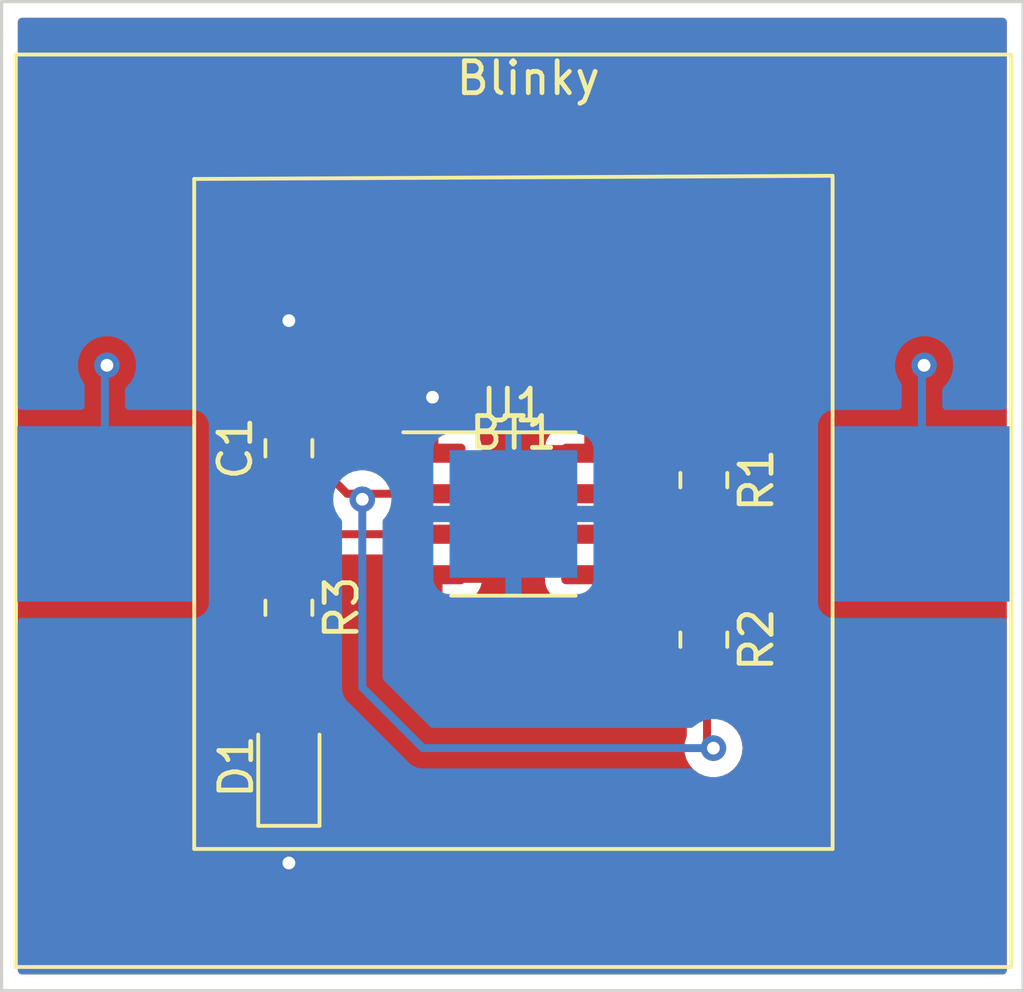
<source format=kicad_pcb>
(kicad_pcb (version 20211014) (generator pcbnew)
  (layers (0 "F.Cu" signal) (31 "B.Cu" signal) (34 "B.Paste" user) (35 "F.Paste" user) (36 "B.SilkS" user "B.Silkscreen") (37 "F.SilkS" user "F.Silkscreen") (38 "B.Mask" user) (39 "F.Mask" user) (44 "Edge.Cuts" user))
  (net 0 "")
  (net 1 "GND")
  (net 2 "Net-(D1-Pad2)")
  (net 3 "Net-(R3-Pad1)")
  (net 5 "/VDD")
  (net 6 "/THR")
  (net 7 "/DIS")
  (footprint "Resistor_SMD:R_0805_2012Metric_Pad1.20x1.40mm_HandSolder" (layer "F.Cu") (at 151 103 -90)
    (fp_text reference "R2" (at 0 -1.65 90) (layer "F.SilkS"))
    (fp_text value "470k")
    (fp_line (start -0.227064 0.735) (end 0.227064 0.735) (layer "F.SilkS") (width 0.12))
    (fp_line (start -0.227064 -0.735) (end 0.227064 -0.735) (layer "F.SilkS") (width 0.12))
    (pad "1" smd roundrect (at -1 0 270) (size 1.2 1.4) (layers "F.Cu" "F.Paste" "F.Mask") (roundrect_rratio 0.2083333333) (net 7 "/DIS"))
    (pad "2" smd roundrect (at 1 0 270) (size 1.2 1.4) (layers "F.Cu" "F.Paste" "F.Mask") (roundrect_rratio 0.2083333333) (net 6 "/THR"))
  )
  (footprint "Library:S8211-46R" (layer "F.Cu") (at 145.034 99.06)
    (fp_text reference "BT1" (at 0 -2.54 unlocked) (layer "F.SilkS"))
    (fp_text value "CR2032")
    (fp_line (start -10 -10.5) (end 10 -10.6) (layer "F.SilkS") (width 0.12))
    (fp_line (start 10 10.5) (end -10 10.5) (layer "F.SilkS") (width 0.12))
    (fp_line (start 10 -10.6) (end 10 10.5) (layer "F.SilkS") (width 0.12))
    (fp_line (start -10 10.5) (end -10 -10.5) (layer "F.SilkS") (width 0.12))
    (fp_rect (start -15.6 14.2) (end 15.6 -14.4) (layer "F.SilkS") (width 0.12) (fill none))
    (pad "1" smd rect (at -12.8 0) (size 5.5 5.5) (layers "B.Cu" "F.Paste" "F.Mask") (net 5 "/VDD"))
    (pad "1" smd rect (at 12.8 0) (size 5.5 5.5) (layers "B.Cu" "F.Paste" "F.Mask") (net 5 "/VDD"))
    (pad "2" smd rect (at 0 0) (size 4 4) (layers "B.Cu" "F.Paste" "F.Mask") (net 1 "GND"))
  )
  (footprint "Capacitor_SMD:C_0805_2012Metric_Pad1.18x1.45mm_HandSolder" (layer "F.Cu") (at 138 97 90)
    (fp_text reference "C1" (at 0 -1.68 90) (layer "F.SilkS"))
    (fp_text value "1U")
    (fp_line (start -0.261252 -0.735) (end 0.261252 -0.735) (layer "F.SilkS") (width 0.12))
    (fp_line (start -0.261252 0.735) (end 0.261252 0.735) (layer "F.SilkS") (width 0.12))
    (pad "1" smd roundrect (at -1.0375 0 90) (size 1.175 1.45) (layers "F.Cu" "F.Paste" "F.Mask") (roundrect_rratio 0.2127659574) (net 6 "/THR"))
    (pad "2" smd roundrect (at 1.0375 0 90) (size 1.175 1.45) (layers "F.Cu" "F.Paste" "F.Mask") (roundrect_rratio 0.2127659574) (net 1 "GND"))
  )
  (footprint "Resistor_SMD:R_0805_2012Metric_Pad1.20x1.40mm_HandSolder" (layer "F.Cu") (at 151 98 -90)
    (fp_text reference "R1" (at 0 -1.65 90) (layer "F.SilkS"))
    (fp_text value "1k")
    (fp_line (start -0.227064 -0.735) (end 0.227064 -0.735) (layer "F.SilkS") (width 0.12))
    (fp_line (start -0.227064 0.735) (end 0.227064 0.735) (layer "F.SilkS") (width 0.12))
    (pad "1" smd roundrect (at -1 0 270) (size 1.2 1.4) (layers "F.Cu" "F.Paste" "F.Mask") (roundrect_rratio 0.2083333333) (net 5 "/VDD"))
    (pad "2" smd roundrect (at 1 0 270) (size 1.2 1.4) (layers "F.Cu" "F.Paste" "F.Mask") (roundrect_rratio 0.2083333333) (net 7 "/DIS"))
  )
  (footprint "LED_SMD:LED_0805_2012Metric_Pad1.15x1.40mm_HandSolder" (layer "F.Cu") (at 138 106.975 90)
    (fp_text reference "D1" (at 0 -1.65 90) (layer "F.SilkS"))
    (fp_text value "LED")
    (fp_line (start -1.86 -0.96) (end -1.86 0.96) (layer "F.SilkS") (width 0.12))
    (fp_line (start -1.86 0.96) (end 1 0.96) (layer "F.SilkS") (width 0.12))
    (fp_line (start 1 -0.96) (end -1.86 -0.96) (layer "F.SilkS") (width 0.12))
    (pad "1" smd roundrect (at -1.025 0 90) (size 1.15 1.4) (layers "F.Cu" "F.Paste" "F.Mask") (roundrect_rratio 0.2173913043) (net 1 "GND"))
    (pad "2" smd roundrect (at 1.025 0 90) (size 1.15 1.4) (layers "F.Cu" "F.Paste" "F.Mask") (roundrect_rratio 0.2173913043) (net 2 "Net-(D1-Pad2)"))
  )
  (footprint "Resistor_SMD:R_0805_2012Metric_Pad1.20x1.40mm_HandSolder" (layer "F.Cu") (at 138 102 -90)
    (fp_text reference "R3" (at 0 -1.65 90) (layer "F.SilkS"))
    (fp_text value "1k")
    (fp_line (start -0.227064 -0.735) (end 0.227064 -0.735) (layer "F.SilkS") (width 0.12))
    (fp_line (start -0.227064 0.735) (end 0.227064 0.735) (layer "F.SilkS") (width 0.12))
    (pad "1" smd roundrect (at -1 0 270) (size 1.2 1.4) (layers "F.Cu" "F.Paste" "F.Mask") (roundrect_rratio 0.2083333333) (net 3 "Net-(R3-Pad1)"))
    (pad "2" smd roundrect (at 1 0 270) (size 1.2 1.4) (layers "F.Cu" "F.Paste" "F.Mask") (roundrect_rratio 0.2083333333) (net 2 "Net-(D1-Pad2)"))
  )
  (footprint "Package_SO:SOIC-8_3.9x4.9mm_P1.27mm" (layer "F.Cu") (at 145.034 99.06)
    (fp_text reference "U1" (at 0 -3.4) (layer "F.SilkS"))
    (fp_text value "7555")
    (fp_line (start 0 -2.56) (end 1.95 -2.56) (layer "F.SilkS") (width 0.12))
    (fp_line (start 0 2.56) (end 1.95 2.56) (layer "F.SilkS") (width 0.12))
    (fp_line (start 0 -2.56) (end -3.45 -2.56) (layer "F.SilkS") (width 0.12))
    (fp_line (start 0 2.56) (end -1.95 2.56) (layer "F.SilkS") (width 0.12))
    (pad "1" smd roundrect (at -2.475 -1.905) (size 1.95 0.6) (layers "F.Cu" "F.Paste" "F.Mask") (net 1 "GND"))
    (pad "2" smd roundrect (at -2.475 -0.635) (size 1.95 0.6) (layers "F.Cu" "F.Paste" "F.Mask") (net 6 "/THR"))
    (pad "3" smd roundrect (at -2.475 0.635) (size 1.95 0.6) (layers "F.Cu" "F.Paste" "F.Mask") (net 3 "Net-(R3-Pad1)"))
    (pad "4" smd roundrect (at -2.475 1.905) (size 1.95 0.6) (layers "F.Cu" "F.Paste" "F.Mask") (net 5 "/VDD"))
    (pad "5" smd roundrect (at 2.475 1.905) (size 1.95 0.6) (layers "F.Cu" "F.Paste" "F.Mask"))
    (pad "6" smd roundrect (at 2.475 0.635) (size 1.95 0.6) (layers "F.Cu" "F.Paste" "F.Mask") (net 6 "/THR"))
    (pad "7" smd roundrect (at 2.475 -0.635) (size 1.95 0.6) (layers "F.Cu" "F.Paste" "F.Mask") (net 7 "/DIS"))
    (pad "8" smd roundrect (at 2.475 -1.905) (size 1.95 0.6) (layers "F.Cu" "F.Paste" "F.Mask") (net 5 "/VDD"))
  )
  (gr_line (start 161 83) (end 129 83) (layer "Edge.Cuts") (width 0.1))
  (gr_line (start 161 114) (end 161 83) (layer "Edge.Cuts") (width 0.1))
  (gr_line (start 129 114) (end 161 114) (layer "Edge.Cuts") (width 0.1))
  (gr_line (start 129 84) (end 129 114) (layer "Edge.Cuts") (width 0.1))
  (gr_line (start 129 84) (end 129 83) (layer "Edge.Cuts") (width 0.1))
  (gr_text "Blinky" (at 145.5 85.4) (layer "F.SilkS") (effects (font (size 1 1))))
  (segment (start 142.559 95.459) (end 142.5 95.4) (width 0.25) (layer "F.Cu") (net 1))
  (segment (start 142.559 97.155) (end 142.559 95.459) (width 0.25) (layer "F.Cu") (net 1))
  (segment (start 138 108) (end 138 110) (width 0.25) (layer "F.Cu") (net 1))
  (segment (start 138 95.9625) (end 138 93) (width 0.25) (layer "F.Cu") (net 1))
  (via (at 142.5 95.4) (size 0.8) (drill 0.4) (layers "F.Cu" "B.Cu") (net 1))
  (via (at 138 93) (size 0.8) (drill 0.4) (layers "F.Cu" "B.Cu") (net 1))
  (via (at 138 110) (size 0.8) (drill 0.4) (layers "F.Cu" "B.Cu") (net 1))
  (segment (start 138 103) (end 138 105.95) (width 0.25) (layer "F.Cu") (net 2))
  (segment (start 139.305 99.695) (end 142.334 99.695) (width 0.25) (layer "F.Cu") (net 3))
  (segment (start 138 101) (end 139.305 99.695) (width 0.25) (layer "F.Cu") (net 3))
  (segment (start 150.845 97.155) (end 151 97) (width 0.25) (layer "F.Cu") (net 5))
  (segment (start 147.509 97.155) (end 150.845 97.155) (width 0.25) (layer "F.Cu") (net 5))
  (via (at 132.3 94.4) (size 0.8) (drill 0.4) (layers "F.Cu" "B.Cu") (net 5))
  (via (at 157.9 94.4) (size 0.8) (drill 0.4) (layers "F.Cu" "B.Cu") (net 5))
  (segment (start 132.234 94.466) (end 132.3 94.4) (width 0.25) (layer "B.Cu") (net 5))
  (segment (start 132.234 99.06) (end 132.234 94.466) (width 0.25) (layer "B.Cu") (net 5))
  (segment (start 157.834 99.06) (end 157.834 94.466) (width 0.25) (layer "B.Cu") (net 5))
  (segment (start 157.834 94.466) (end 157.9 94.4) (width 0.25) (layer "B.Cu") (net 5))
  (segment (start 151 104) (end 151.1 104.1) (width 0.25) (layer "F.Cu") (net 6))
  (segment (start 139.825 98.425) (end 142.334 98.425) (width 0.25) (layer "F.Cu") (net 6))
  (segment (start 150.8 104.2) (end 151 104) (width 0.25) (layer "F.Cu") (net 6))
  (segment (start 140.3 98.6) (end 140.125 98.425) (width 0.25) (layer "F.Cu") (net 6))
  (segment (start 151 104) (end 151.3 104.3) (width 0.25) (layer "F.Cu") (net 6))
  (segment (start 139.4375 98.0375) (end 139.825 98.425) (width 0.25) (layer "F.Cu") (net 6))
  (segment (start 147.509 99.695) (end 148.695 99.695) (width 0.25) (layer "F.Cu") (net 6))
  (segment (start 140.125 98.425) (end 139.825 98.425) (width 0.25) (layer "F.Cu") (net 6))
  (segment (start 149.3 100.3) (end 149.3 104.2) (width 0.25) (layer "F.Cu") (net 6))
  (segment (start 151.1 104.1) (end 151.1 104.2) (width 0.25) (layer "F.Cu") (net 6))
  (segment (start 149.3 104.2) (end 150.8 104.2) (width 0.25) (layer "F.Cu") (net 6))
  (segment (start 148.695 99.695) (end 149.3 100.3) (width 0.25) (layer "F.Cu") (net 6))
  (segment (start 151.3 104.3) (end 151.4 104.3) (width 0.25) (layer "F.Cu") (net 6))
  (segment (start 151.1 104.2) (end 151.1 106.2) (width 0.25) (layer "F.Cu") (net 6))
  (segment (start 138 98.0375) (end 139.4375 98.0375) (width 0.25) (layer "F.Cu") (net 6))
  (segment (start 151.1 106.2) (end 151.3 106.4) (width 0.25) (layer "F.Cu") (net 6))
  (via (at 140.3 98.6) (size 0.8) (drill 0.4) (layers "F.Cu" "B.Cu") (net 6))
  (via (at 151.3 106.4) (size 0.8) (drill 0.4) (layers "F.Cu" "B.Cu") (net 6))
  (segment (start 140.3 104.5) (end 140.3 98.6) (width 0.25) (layer "B.Cu") (net 6))
  (segment (start 142.2 106.4) (end 140.3 104.5) (width 0.25) (layer "B.Cu") (net 6))
  (segment (start 151.3 106.4) (end 142.2 106.4) (width 0.25) (layer "B.Cu") (net 6))
  (segment (start 148.725 98.425) (end 149.3 99) (width 0.25) (layer "F.Cu") (net 7))
  (segment (start 147.509 98.425) (end 148.725 98.425) (width 0.25) (layer "F.Cu") (net 7))
  (segment (start 149.3 99) (end 151 99) (width 0.25) (layer "F.Cu") (net 7))
  (segment (start 151 99) (end 151 102) (width 0.25) (layer "F.Cu") (net 7))
  (zone (net 5) (net_name "/VDD") (layer "F.Cu") (connect_pads (clearance 0.508)) (min_thickness 0.254) (fill yes (thermal_gap 0.508) (thermal_bridge_width 0.508))
    (polygon (pts (xy 161 114) (xy 129 114) (xy 129 83) (xy 161 83)))
  )
  (zone (net 1) (net_name "GND") (layer "B.Cu") (connect_pads (clearance 0.508)) (min_thickness 0.254) (fill yes (thermal_gap 0.508) (thermal_bridge_width 0.508))
    (polygon (pts (xy 161 114) (xy 129 114) (xy 129 83) (xy 161 83)))
  )
)
</source>
